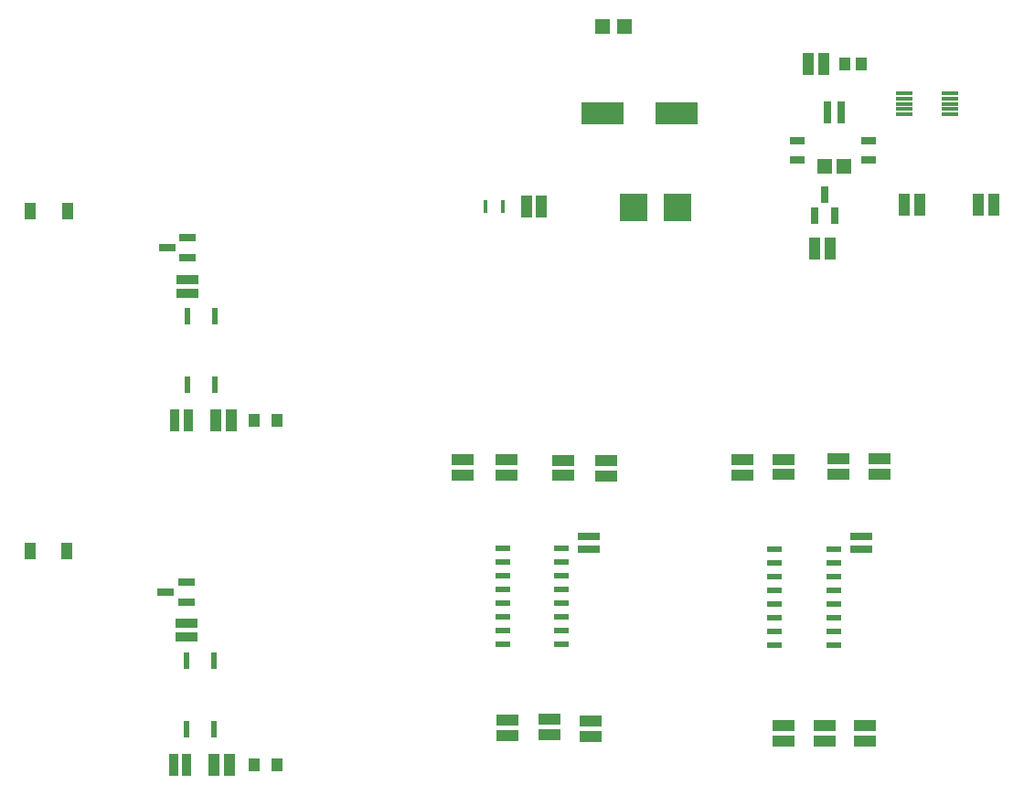
<source format=gbr>
%TF.GenerationSoftware,KiCad,Pcbnew,8.0.1-8.0.1-1~ubuntu22.04.1*%
%TF.CreationDate,2024-04-18T14:36:56-07:00*%
%TF.ProjectId,all_components,616c6c5f-636f-46d7-906f-6e656e74732e,rev?*%
%TF.SameCoordinates,Original*%
%TF.FileFunction,Paste,Top*%
%TF.FilePolarity,Positive*%
%FSLAX46Y46*%
G04 Gerber Fmt 4.6, Leading zero omitted, Abs format (unit mm)*
G04 Created by KiCad (PCBNEW 8.0.1-8.0.1-1~ubuntu22.04.1) date 2024-04-18 14:36:56*
%MOMM*%
%LPD*%
G01*
G04 APERTURE LIST*
G04 Aperture macros list*
%AMRoundRect*
0 Rectangle with rounded corners*
0 $1 Rounding radius*
0 $2 $3 $4 $5 $6 $7 $8 $9 X,Y pos of 4 corners*
0 Add a 4 corners polygon primitive as box body*
4,1,4,$2,$3,$4,$5,$6,$7,$8,$9,$2,$3,0*
0 Add four circle primitives for the rounded corners*
1,1,$1+$1,$2,$3*
1,1,$1+$1,$4,$5*
1,1,$1+$1,$6,$7*
1,1,$1+$1,$8,$9*
0 Add four rect primitives between the rounded corners*
20,1,$1+$1,$2,$3,$4,$5,0*
20,1,$1+$1,$4,$5,$6,$7,0*
20,1,$1+$1,$6,$7,$8,$9,0*
20,1,$1+$1,$8,$9,$2,$3,0*%
G04 Aperture macros list end*
%ADD10R,1.000000X2.108200*%
%ADD11R,1.454899X0.558000*%
%ADD12R,2.500000X2.500000*%
%ADD13R,1.016000X1.549400*%
%ADD14R,2.108200X0.812800*%
%ADD15R,0.812800X2.108200*%
%ADD16R,4.000000X2.000000*%
%ADD17R,2.108200X1.000000*%
%ADD18R,1.450000X1.449997*%
%ADD19R,1.500000X0.750000*%
%ADD20R,1.000000X1.244600*%
%ADD21R,0.558800X1.549400*%
%ADD22R,2.006600X0.731000*%
%ADD23R,0.457200X1.244600*%
%ADD24R,1.346200X1.346200*%
%ADD25R,1.399200X0.752400*%
%ADD26R,0.731000X2.006600*%
%ADD27R,0.750000X1.500000*%
%ADD28RoundRect,0.011200X0.723800X0.128800X-0.723800X0.128800X-0.723800X-0.128800X0.723800X-0.128800X0*%
G04 APERTURE END LIST*
D10*
%TO.C,R23*%
X106534100Y-40320000D03*
X105105900Y-40320000D03*
%TD*%
D11*
%TO.C,ONES-SR1*%
X76842252Y-85201000D03*
X76842252Y-86471000D03*
X76842252Y-87741000D03*
X76842252Y-89011000D03*
X76842252Y-90281000D03*
X76842252Y-91551000D03*
X76842252Y-92821000D03*
X76842252Y-94091000D03*
X82284948Y-94091000D03*
X82284948Y-92821000D03*
X82284948Y-91551000D03*
X82284948Y-90281000D03*
X82284948Y-89011000D03*
X82284948Y-87741000D03*
X82284948Y-86471000D03*
X82284948Y-85201000D03*
%TD*%
%TO.C,TENS-SR1*%
X102020904Y-85256000D03*
X102020904Y-86526000D03*
X102020904Y-87796000D03*
X102020904Y-89066000D03*
X102020904Y-90336000D03*
X102020904Y-91606000D03*
X102020904Y-92876000D03*
X102020904Y-94146000D03*
X107463600Y-94146000D03*
X107463600Y-92876000D03*
X107463600Y-91606000D03*
X107463600Y-90336000D03*
X107463600Y-89066000D03*
X107463600Y-87796000D03*
X107463600Y-86526000D03*
X107463600Y-85256000D03*
%TD*%
D12*
%TO.C,TVS1*%
X92967000Y-53600000D03*
X88936600Y-53600000D03*
%TD*%
D13*
%TO.C,D2*%
X33034098Y-85464006D03*
X36437698Y-85464006D03*
%TD*%
D10*
%TO.C,R10*%
X51549998Y-105219505D03*
X50121798Y-105219505D03*
%TD*%
D14*
%TO.C,R9*%
X47535898Y-93364105D03*
X47535898Y-92119505D03*
%TD*%
D15*
%TO.C,R5*%
X46435898Y-73319505D03*
X47680498Y-73319505D03*
%TD*%
D16*
%TO.C,C2*%
X92948000Y-44900000D03*
X86052000Y-44900000D03*
%TD*%
D17*
%TO.C,R12*%
X111733334Y-76852000D03*
X111733334Y-78284000D03*
%TD*%
D18*
%TO.C,C4*%
X108394799Y-49800000D03*
X106645201Y-49800000D03*
%TD*%
D19*
%TO.C,T2*%
X47666298Y-58272005D03*
X47666298Y-56367005D03*
X45735898Y-57319505D03*
%TD*%
D17*
%TO.C,R19*%
X102800000Y-101568000D03*
X102800000Y-103000000D03*
%TD*%
D20*
%TO.C,LED2*%
X108485300Y-40310000D03*
X110034700Y-40310000D03*
%TD*%
D17*
%TO.C,R14*%
X86381998Y-77009451D03*
X86381998Y-78441451D03*
%TD*%
%TO.C,R22*%
X77195150Y-76984000D03*
X77195150Y-78416000D03*
%TD*%
D21*
%TO.C,Q1*%
X47665898Y-69994505D03*
X50205898Y-69994505D03*
X50205898Y-63644505D03*
X47665898Y-63644505D03*
%TD*%
D10*
%TO.C,R1*%
X79000000Y-53500000D03*
X80428200Y-53500000D03*
%TD*%
D22*
%TO.C,C6*%
X109999052Y-85257800D03*
X109999052Y-84044200D03*
%TD*%
D19*
%TO.C,T3*%
X47543595Y-90194305D03*
X47543595Y-88289305D03*
X45613195Y-89241805D03*
%TD*%
D20*
%TO.C,active1*%
X55882098Y-73319505D03*
X53789698Y-73319505D03*
%TD*%
D10*
%TO.C,R4*%
X105681800Y-57390000D03*
X107110000Y-57390000D03*
%TD*%
D23*
%TO.C,LED1*%
X75264700Y-53500000D03*
X76814100Y-53500000D03*
%TD*%
D24*
%TO.C,C1*%
X86084000Y-36800000D03*
X88116000Y-36800000D03*
%TD*%
D17*
%TO.C,R11*%
X110400000Y-101584000D03*
X110400000Y-103016000D03*
%TD*%
D25*
%TO.C,L2*%
X104125201Y-49159000D03*
X104125201Y-47406600D03*
%TD*%
%TO.C,L1*%
X110725201Y-49170000D03*
X110725201Y-47417600D03*
%TD*%
D17*
%TO.C,R16*%
X107900000Y-76884000D03*
X107900000Y-78316000D03*
%TD*%
%TO.C,R24*%
X99000000Y-76984000D03*
X99000000Y-78416000D03*
%TD*%
%TO.C,R26*%
X73100000Y-76984000D03*
X73100000Y-78416000D03*
%TD*%
D14*
%TO.C,R6*%
X47635898Y-61519505D03*
X47635898Y-60274905D03*
%TD*%
D17*
%TO.C,R20*%
X102833333Y-76916000D03*
X102833333Y-78348000D03*
%TD*%
D21*
%TO.C,Q2*%
X47565898Y-101894505D03*
X50105898Y-101894505D03*
X50105898Y-95544505D03*
X47565898Y-95544505D03*
%TD*%
D10*
%TO.C,R2*%
X115414100Y-53300000D03*
X113985900Y-53300000D03*
%TD*%
D17*
%TO.C,R21*%
X77300000Y-101084000D03*
X77300000Y-102516000D03*
%TD*%
D10*
%TO.C,R3*%
X122328200Y-53340000D03*
X120900000Y-53340000D03*
%TD*%
D26*
%TO.C,C3*%
X108126800Y-44810000D03*
X106913200Y-44810000D03*
%TD*%
D10*
%TO.C,R7*%
X51649998Y-73319505D03*
X50221798Y-73319505D03*
%TD*%
D17*
%TO.C,R15*%
X106600000Y-101584000D03*
X106600000Y-103016000D03*
%TD*%
D20*
%TO.C,active2*%
X55882098Y-105219505D03*
X53789698Y-105219505D03*
%TD*%
D15*
%TO.C,R8*%
X47558198Y-105219505D03*
X46313598Y-105219505D03*
%TD*%
D27*
%TO.C,T1*%
X106640000Y-52414800D03*
X107592500Y-54345200D03*
X105687500Y-54345200D03*
%TD*%
D17*
%TO.C,R13*%
X85000000Y-101142000D03*
X85000000Y-102574000D03*
%TD*%
D13*
%TO.C,D1*%
X33094098Y-53891705D03*
X36497698Y-53891705D03*
%TD*%
D22*
%TO.C,C5*%
X84770400Y-85252800D03*
X84770400Y-84039200D03*
%TD*%
D17*
%TO.C,R17*%
X81150000Y-101026000D03*
X81150000Y-102458000D03*
%TD*%
%TO.C,R18*%
X82400000Y-77000000D03*
X82400000Y-78432000D03*
%TD*%
D28*
%TO.C,U2*%
X118270000Y-44980000D03*
X118270000Y-44480000D03*
X118270000Y-43980000D03*
X118270000Y-43480000D03*
X118270000Y-42980000D03*
X113970000Y-42980000D03*
X113970000Y-43480000D03*
X113970000Y-43980000D03*
X113970000Y-44480000D03*
X113970000Y-44980000D03*
%TD*%
M02*

</source>
